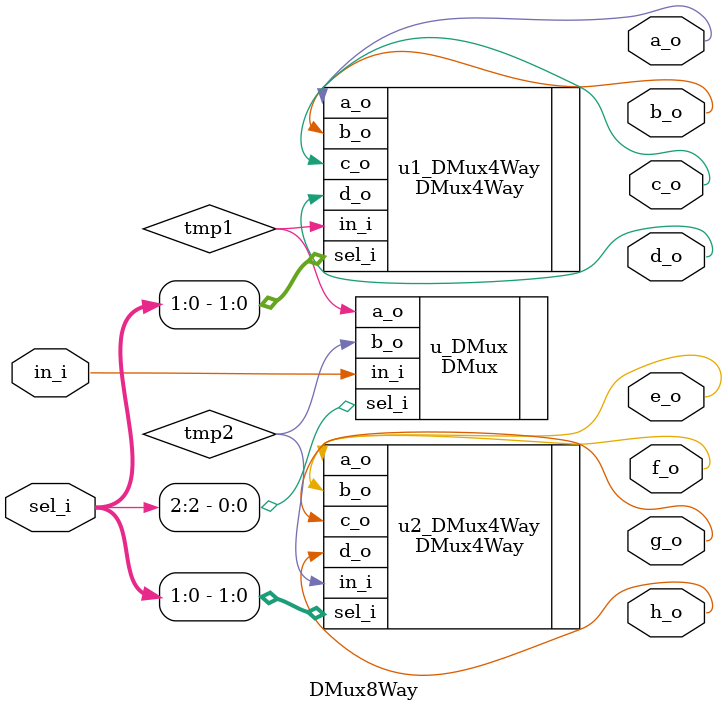
<source format=v>
/*  DMux8Way

 * 8-way demultiplexor:
 * {a, b, c, d, e, f, g, h} = {in, 0, 0, 0, 0, 0, 0, 0} if sel == 000
 *                            {0, in, 0, 0, 0, 0, 0, 0} if sel == 001
 *                            etc.
 *                            {0, 0, 0, 0, 0, 0, 0, in} if sel == 111

DMux8Way u_DMux8Way(
    .in_i(),
    .sel_i(),
    .a_o(),
    .b_o(),
    .c_o(),
    .d_o(),
    .e_o(),
    .f_o(),
    .g_o(),
    .h_o()
);

*/

`include "./DMux.v"
`include "./DMux4Way.v"

module DMux8Way(
    input wire in_i,
    input wire [2:0] sel_i,
    output wire a_o,
    output wire b_o,
    output wire c_o,
    output wire d_o,
    output wire e_o,
    output wire f_o,
    output wire g_o,
    output wire h_o
);

    wire tmp1;
    wire tmp2;

    DMux u_DMux(
        .in_i(in_i),
        .sel_i(sel_i[2]),
        .a_o(tmp1),
        .b_o(tmp2)
    );

    DMux4Way u1_DMux4Way(
        .in_i(tmp1),
        .sel_i(sel_i[1:0]),
        .a_o(a_o),
        .b_o(b_o),
        .c_o(c_o),
        .d_o(d_o)
    );

    DMux4Way u2_DMux4Way(
        .in_i(tmp2),
        .sel_i(sel_i[1:0]),
        .a_o(e_o),
        .b_o(f_o),
        .c_o(g_o),
        .d_o(h_o)
    );

endmodule
</source>
